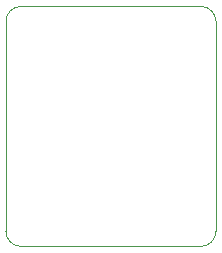
<source format=gbp>
G04*
G04 #@! TF.GenerationSoftware,Altium Limited,Altium Designer,24.6.1 (21)*
G04*
G04 Layer_Color=128*
%FSLAX25Y25*%
%MOIN*%
G70*
G04*
G04 #@! TF.SameCoordinates,E89A06A7-0658-4A87-8E90-D679E4E66743*
G04*
G04*
G04 #@! TF.FilePolarity,Positive*
G04*
G01*
G75*
%ADD11C,0.00394*%
D11*
X543401Y5000D02*
G03*
X548401Y-0I5000J-0D01*
G01*
Y80000D02*
G03*
X543401Y75000I-0J-5000D01*
G01*
X613401D02*
G03*
X608401Y80000I-5000J0D01*
G01*
Y0D02*
G03*
X613401Y5000I0J5000D01*
G01*
X613401D02*
Y75000D01*
X608401Y80000D02*
X548401D01*
X543401Y5000D02*
Y75000D01*
X608401Y0D02*
X548401D01*
M02*

</source>
